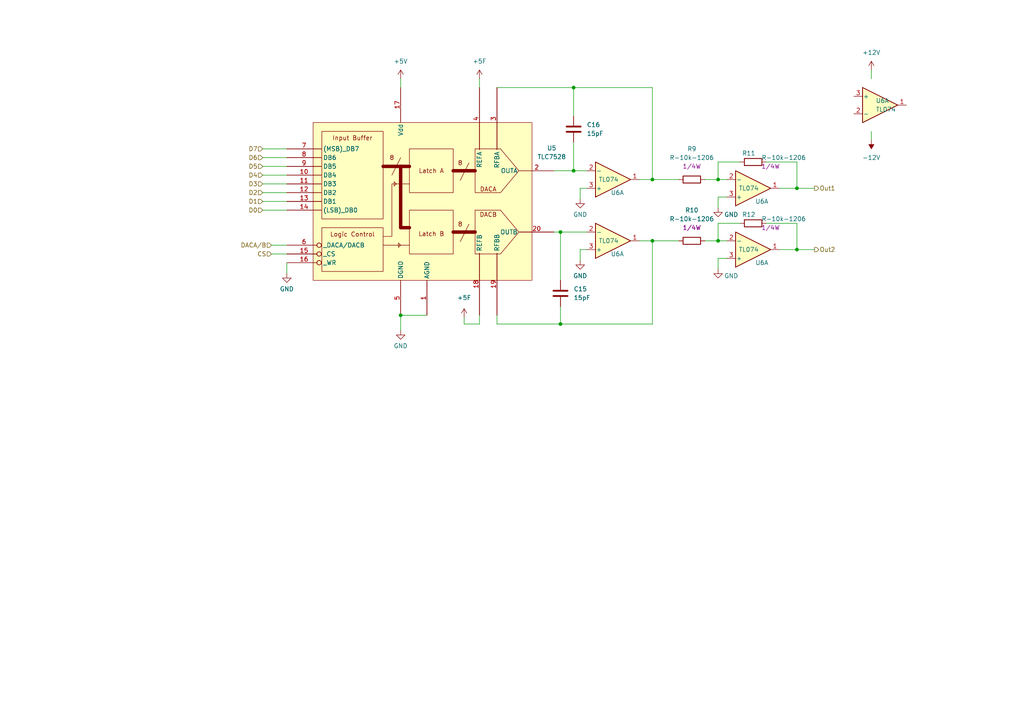
<source format=kicad_sch>
(kicad_sch (version 20211123) (generator eeschema)

  (uuid fe533738-38ee-4dd5-8b1a-e2670e53c1b5)

  (paper "A4")

  (lib_symbols
    (symbol "Device:C" (pin_numbers hide) (pin_names (offset 0.254)) (in_bom yes) (on_board yes)
      (property "Reference" "C" (id 0) (at 0.635 2.54 0)
        (effects (font (size 1.27 1.27)) (justify left))
      )
      (property "Value" "C" (id 1) (at 0.635 -2.54 0)
        (effects (font (size 1.27 1.27)) (justify left))
      )
      (property "Footprint" "" (id 2) (at 0.9652 -3.81 0)
        (effects (font (size 1.27 1.27)) hide)
      )
      (property "Datasheet" "~" (id 3) (at 0 0 0)
        (effects (font (size 1.27 1.27)) hide)
      )
      (property "ki_keywords" "cap capacitor" (id 4) (at 0 0 0)
        (effects (font (size 1.27 1.27)) hide)
      )
      (property "ki_description" "Unpolarized capacitor" (id 5) (at 0 0 0)
        (effects (font (size 1.27 1.27)) hide)
      )
      (property "ki_fp_filters" "C_*" (id 6) (at 0 0 0)
        (effects (font (size 1.27 1.27)) hide)
      )
      (symbol "C_0_1"
        (polyline
          (pts
            (xy -2.032 -0.762)
            (xy 2.032 -0.762)
          )
          (stroke (width 0.508) (type default) (color 0 0 0 0))
          (fill (type none))
        )
        (polyline
          (pts
            (xy -2.032 0.762)
            (xy 2.032 0.762)
          )
          (stroke (width 0.508) (type default) (color 0 0 0 0))
          (fill (type none))
        )
      )
      (symbol "C_1_1"
        (pin passive line (at 0 3.81 270) (length 2.794)
          (name "~" (effects (font (size 1.27 1.27))))
          (number "1" (effects (font (size 1.27 1.27))))
        )
        (pin passive line (at 0 -3.81 90) (length 2.794)
          (name "~" (effects (font (size 1.27 1.27))))
          (number "2" (effects (font (size 1.27 1.27))))
        )
      )
    )
    (symbol "eurorack:R-10k-1206" (pin_numbers hide) (pin_names (offset 0)) (in_bom yes) (on_board yes)
      (property "Reference" "R" (id 0) (at 2.032 0 90)
        (effects (font (size 1.27 1.27)))
      )
      (property "Value" "R-10k-1206" (id 1) (at -2.54 0 90)
        (effects (font (size 1.27 1.27)))
      )
      (property "Footprint" "Resistor_SMD:R_1206_3216Metric_Pad1.30x1.75mm_HandSolder" (id 2) (at -1.778 0 90)
        (effects (font (size 1.27 1.27)) hide)
      )
      (property "Datasheet" "https://secure.reichelt.com/at/en/smd-chip-resistor-type-1206-10-k-ohm-smd-1-4w-10k-p18244.html?&nbc=1" (id 3) (at 0 0 0)
        (effects (font (size 1.27 1.27)) hide)
      )
      (property "P" "1/4W" (id 4) (at 0 0 0)
        (effects (font (size 1.27 1.27)))
      )
      (property "ki_keywords" "R res resistor" (id 5) (at 0 0 0)
        (effects (font (size 1.27 1.27)) hide)
      )
      (property "ki_description" "Resistor" (id 6) (at 0 0 0)
        (effects (font (size 1.27 1.27)) hide)
      )
      (property "ki_fp_filters" "R_*" (id 7) (at 0 0 0)
        (effects (font (size 1.27 1.27)) hide)
      )
      (symbol "R-10k-1206_0_1"
        (rectangle (start -1.016 -2.54) (end 1.016 2.54)
          (stroke (width 0.254) (type default) (color 0 0 0 0))
          (fill (type none))
        )
      )
      (symbol "R-10k-1206_1_1"
        (pin passive line (at 0 3.81 270) (length 1.27)
          (name "~" (effects (font (size 1.27 1.27))))
          (number "1" (effects (font (size 1.27 1.27))))
        )
        (pin passive line (at 0 -3.81 90) (length 1.27)
          (name "~" (effects (font (size 1.27 1.27))))
          (number "2" (effects (font (size 1.27 1.27))))
        )
      )
    )
    (symbol "eurorack:TL074" (pin_names (offset 0.127)) (in_bom yes) (on_board yes)
      (property "Reference" "U" (id 0) (at 0 5.08 0)
        (effects (font (size 1.27 1.27)) (justify left))
      )
      (property "Value" "TL074" (id 1) (at 0 -5.08 0)
        (effects (font (size 1.27 1.27)) (justify left))
      )
      (property "Footprint" "Package_SO:SO-14_5.3x10.2mm_P1.27mm" (id 2) (at -1.27 2.54 0)
        (effects (font (size 1.27 1.27)) hide)
      )
      (property "Datasheet" "https://cdn-reichelt.de/documents/datenblatt/A200/TL074%23STM.pdf" (id 3) (at 1.27 5.08 0)
        (effects (font (size 1.27 1.27)) hide)
      )
      (property "ki_locked" "" (id 4) (at 0 0 0)
        (effects (font (size 1.27 1.27)))
      )
      (property "ki_keywords" "quad opamp" (id 5) (at 0 0 0)
        (effects (font (size 1.27 1.27)) hide)
      )
      (property "ki_description" "Quad Low-Noise JFET-Input Operational Amplifiers, DIP-14/SOIC-14" (id 6) (at 0 0 0)
        (effects (font (size 1.27 1.27)) hide)
      )
      (property "ki_fp_filters" "SOIC*3.9x8.7mm*P1.27mm* DIP*W7.62mm* TSSOP*4.4x5mm*P0.65mm* SSOP*5.3x6.2mm*P0.65mm* MSOP*3x3mm*P0.5mm*" (id 7) (at 0 0 0)
        (effects (font (size 1.27 1.27)) hide)
      )
      (symbol "TL074_1_1"
        (polyline
          (pts
            (xy -5.08 5.08)
            (xy 5.08 0)
            (xy -5.08 -5.08)
            (xy -5.08 5.08)
          )
          (stroke (width 0.254) (type default) (color 0 0 0 0))
          (fill (type background))
        )
        (pin output line (at 7.62 0 180) (length 2.54)
          (name "~" (effects (font (size 1.27 1.27))))
          (number "1" (effects (font (size 1.27 1.27))))
        )
        (pin input line (at -7.62 -2.54 0) (length 2.54)
          (name "-" (effects (font (size 1.27 1.27))))
          (number "2" (effects (font (size 1.27 1.27))))
        )
        (pin input line (at -7.62 2.54 0) (length 2.54)
          (name "+" (effects (font (size 1.27 1.27))))
          (number "3" (effects (font (size 1.27 1.27))))
        )
      )
      (symbol "TL074_2_1"
        (polyline
          (pts
            (xy -5.08 5.08)
            (xy 5.08 0)
            (xy -5.08 -5.08)
            (xy -5.08 5.08)
          )
          (stroke (width 0.254) (type default) (color 0 0 0 0))
          (fill (type background))
        )
        (pin input line (at -7.62 2.54 0) (length 2.54)
          (name "+" (effects (font (size 1.27 1.27))))
          (number "5" (effects (font (size 1.27 1.27))))
        )
        (pin input line (at -7.62 -2.54 0) (length 2.54)
          (name "-" (effects (font (size 1.27 1.27))))
          (number "6" (effects (font (size 1.27 1.27))))
        )
        (pin output line (at 7.62 0 180) (length 2.54)
          (name "~" (effects (font (size 1.27 1.27))))
          (number "7" (effects (font (size 1.27 1.27))))
        )
      )
      (symbol "TL074_3_1"
        (polyline
          (pts
            (xy -5.08 5.08)
            (xy 5.08 0)
            (xy -5.08 -5.08)
            (xy -5.08 5.08)
          )
          (stroke (width 0.254) (type default) (color 0 0 0 0))
          (fill (type background))
        )
        (pin input line (at -7.62 2.54 0) (length 2.54)
          (name "+" (effects (font (size 1.27 1.27))))
          (number "10" (effects (font (size 1.27 1.27))))
        )
        (pin output line (at 7.62 0 180) (length 2.54)
          (name "~" (effects (font (size 1.27 1.27))))
          (number "8" (effects (font (size 1.27 1.27))))
        )
        (pin input line (at -7.62 -2.54 0) (length 2.54)
          (name "-" (effects (font (size 1.27 1.27))))
          (number "9" (effects (font (size 1.27 1.27))))
        )
      )
      (symbol "TL074_4_1"
        (polyline
          (pts
            (xy -5.08 5.08)
            (xy 5.08 0)
            (xy -5.08 -5.08)
            (xy -5.08 5.08)
          )
          (stroke (width 0.254) (type default) (color 0 0 0 0))
          (fill (type background))
        )
        (pin input line (at -7.62 2.54 0) (length 2.54)
          (name "+" (effects (font (size 1.27 1.27))))
          (number "12" (effects (font (size 1.27 1.27))))
        )
        (pin input line (at -7.62 -2.54 0) (length 2.54)
          (name "-" (effects (font (size 1.27 1.27))))
          (number "13" (effects (font (size 1.27 1.27))))
        )
        (pin output line (at 7.62 0 180) (length 2.54)
          (name "~" (effects (font (size 1.27 1.27))))
          (number "14" (effects (font (size 1.27 1.27))))
        )
      )
      (symbol "TL074_5_1"
        (pin power_in line (at -2.54 -7.62 90) (length 3.81)
          (name "V-" (effects (font (size 1.27 1.27))))
          (number "11" (effects (font (size 1.27 1.27))))
        )
        (pin power_in line (at -2.54 7.62 270) (length 3.81)
          (name "V+" (effects (font (size 1.27 1.27))))
          (number "4" (effects (font (size 1.27 1.27))))
        )
      )
    )
    (symbol "eurorack:TLC7528" (in_bom yes) (on_board yes)
      (property "Reference" "U" (id 0) (at 33.02 25.4 0)
        (effects (font (size 1.27 1.27)))
      )
      (property "Value" "TLC7528" (id 1) (at 0 0 0)
        (effects (font (size 1.27 1.27)))
      )
      (property "Footprint" "Package_SO:SOIC-20W_7.5x12.8mm_P1.27mm" (id 2) (at 0 0 0)
        (effects (font (size 1.27 1.27)) hide)
      )
      (property "Datasheet" "https://www.ti.com/lit/ds/symlink/tlc7528.pdf" (id 3) (at 0 0 0)
        (effects (font (size 1.27 1.27)) hide)
      )
      (symbol "TLC7528_0_0"
        (rectangle (start -33.02 22.86) (end 30.48 -22.86)
          (stroke (width 0) (type default) (color 0 0 0 0))
          (fill (type background))
        )
        (rectangle (start -30.48 -7.62) (end -12.7 -20.32)
          (stroke (width 0) (type default) (color 0 0 0 0))
          (fill (type none))
        )
        (rectangle (start -5.08 -2.54) (end 7.62 -15.24)
          (stroke (width 0) (type default) (color 0 0 0 0))
          (fill (type none))
        )
        (rectangle (start -5.08 15.24) (end 7.62 2.54)
          (stroke (width 0) (type default) (color 0 0 0 0))
          (fill (type none))
        )
        (polyline
          (pts
            (xy -12.7 -12.7)
            (xy -5.08 -12.7)
          )
          (stroke (width 0) (type default) (color 0 0 0 0))
          (fill (type none))
        )
        (polyline
          (pts
            (xy -12.7 10.16)
            (xy -5.08 10.16)
          )
          (stroke (width 1) (type default) (color 0 0 0 0))
          (fill (type none))
        )
        (polyline
          (pts
            (xy -10.16 7.62)
            (xy -7.62 12.7)
          )
          (stroke (width 0) (type default) (color 0 0 0 0))
          (fill (type none))
        )
        (polyline
          (pts
            (xy -8.89 5.08)
            (xy -9.525 4.445)
          )
          (stroke (width 0) (type default) (color 0 0 0 0))
          (fill (type none))
        )
        (polyline
          (pts
            (xy -7.62 -12.7)
            (xy -8.255 -12.065)
          )
          (stroke (width 0) (type default) (color 0 0 0 0))
          (fill (type none))
        )
        (polyline
          (pts
            (xy 7.62 -8.89)
            (xy 13.97 -8.89)
          )
          (stroke (width 1) (type default) (color 0 0 0 0))
          (fill (type none))
        )
        (polyline
          (pts
            (xy 7.62 8.89)
            (xy 13.97 8.89)
          )
          (stroke (width 1) (type default) (color 0 0 0 0))
          (fill (type none))
        )
        (polyline
          (pts
            (xy 9.652 -11.684)
            (xy 12.192 -6.604)
          )
          (stroke (width 0) (type default) (color 0 0 0 0))
          (fill (type none))
        )
        (polyline
          (pts
            (xy 9.652 6.096)
            (xy 12.192 11.176)
          )
          (stroke (width 0) (type default) (color 0 0 0 0))
          (fill (type none))
        )
        (polyline
          (pts
            (xy 13.97 -2.54)
            (xy 21.336 -2.54)
          )
          (stroke (width 0) (type default) (color 0 0 0 0))
          (fill (type none))
        )
        (polyline
          (pts
            (xy 13.97 15.24)
            (xy 21.336 15.24)
          )
          (stroke (width 0) (type default) (color 0 0 0 0))
          (fill (type none))
        )
        (polyline
          (pts
            (xy -8.89 5.08)
            (xy -9.525 5.715)
            (xy -9.525 4.445)
          )
          (stroke (width 0) (type default) (color 0 0 0 0))
          (fill (type none))
        )
        (polyline
          (pts
            (xy -7.62 -12.7)
            (xy -8.255 -13.335)
            (xy -8.255 -12.065)
          )
          (stroke (width 0) (type default) (color 0 0 0 0))
          (fill (type none))
        )
        (polyline
          (pts
            (xy -7.62 10.16)
            (xy -7.62 -7.62)
            (xy -5.08 -7.62)
          )
          (stroke (width 1) (type default) (color 0 0 0 0))
          (fill (type none))
        )
        (polyline
          (pts
            (xy -12.7 -10.16)
            (xy -10.16 -10.16)
            (xy -10.16 5.08)
            (xy -5.08 5.08)
          )
          (stroke (width 0) (type default) (color 0 0 0 0))
          (fill (type none))
        )
        (polyline
          (pts
            (xy 13.97 -2.54)
            (xy 13.97 -15.24)
            (xy 21.336 -15.24)
            (xy 26.67 -8.89)
            (xy 21.336 -2.54)
          )
          (stroke (width 0) (type default) (color 0 0 0 0))
          (fill (type none))
        )
        (polyline
          (pts
            (xy 13.97 15.24)
            (xy 13.97 2.54)
            (xy 21.336 2.54)
            (xy 26.67 8.89)
            (xy 21.336 15.24)
          )
          (stroke (width 0) (type default) (color 0 0 0 0))
          (fill (type none))
        )
        (text "8" (at -10.16 12.7 0)
          (effects (font (size 1.27 1.27)))
        )
        (text "8" (at 9.652 -6.604 0)
          (effects (font (size 1.27 1.27)))
        )
        (text "8" (at 9.652 11.176 0)
          (effects (font (size 1.27 1.27)))
        )
        (text "DACA" (at 17.78 3.556 0)
          (effects (font (size 1.27 1.27)))
        )
        (text "DACB" (at 17.78 -3.81 0)
          (effects (font (size 1.27 1.27)))
        )
        (text "Input Buffer" (at -21.59 18.415 0)
          (effects (font (size 1.27 1.27)))
        )
        (text "Latch A" (at 1.27 8.89 0)
          (effects (font (size 1.27 1.27)))
        )
        (text "Latch B" (at 1.27 -9.398 0)
          (effects (font (size 1.27 1.27)))
        )
        (text "Logic Control" (at -21.59 -9.525 0)
          (effects (font (size 1.27 1.27)))
        )
        (pin power_in line (at 0 -33.02 90) (length 10)
          (name "AGND" (effects (font (size 1.27 1.27))))
          (number "1" (effects (font (size 1.27 1.27))))
        )
        (pin input line (at -40.64 7.62 0) (length 10)
          (name "DB4" (effects (font (size 1.27 1.27))))
          (number "10" (effects (font (size 1.27 1.27))))
        )
        (pin input line (at -40.64 5.08 0) (length 10)
          (name "DB3" (effects (font (size 1.27 1.27))))
          (number "11" (effects (font (size 1.27 1.27))))
        )
        (pin input line (at -40.64 2.54 0) (length 10)
          (name "DB2" (effects (font (size 1.27 1.27))))
          (number "12" (effects (font (size 1.27 1.27))))
        )
        (pin input line (at -40.64 0 0) (length 10)
          (name "DB1" (effects (font (size 1.27 1.27))))
          (number "13" (effects (font (size 1.27 1.27))))
        )
        (pin input line (at -40.64 -2.54 0) (length 10)
          (name "(LSB)_DB0" (effects (font (size 1.27 1.27))))
          (number "14" (effects (font (size 1.27 1.27))))
        )
        (pin input inverted (at -40.64 -15.24 0) (length 10)
          (name "_CS" (effects (font (size 1.27 1.27))))
          (number "15" (effects (font (size 1.27 1.27))))
        )
        (pin input inverted (at -40.64 -17.78 0) (length 10)
          (name "_WR" (effects (font (size 1.27 1.27))))
          (number "16" (effects (font (size 1.27 1.27))))
        )
        (pin power_in line (at -7.62 33.02 270) (length 10)
          (name "Vdd" (effects (font (size 1.27 1.27))))
          (number "17" (effects (font (size 1.27 1.27))))
        )
        (pin input line (at 15.24 -33.02 90) (length 18)
          (name "REFB" (effects (font (size 1.27 1.27))))
          (number "18" (effects (font (size 1.27 1.27))))
        )
        (pin input line (at 20.32 -33.02 90) (length 18)
          (name "RFBB" (effects (font (size 1.27 1.27))))
          (number "19" (effects (font (size 1.27 1.27))))
        )
        (pin output line (at 36.83 8.89 180) (length 10)
          (name "OUTA" (effects (font (size 1.27 1.27))))
          (number "2" (effects (font (size 1.27 1.27))))
        )
        (pin output line (at 36.83 -8.89 180) (length 10)
          (name "OUTB" (effects (font (size 1.27 1.27))))
          (number "20" (effects (font (size 1.27 1.27))))
        )
        (pin input line (at 20.32 33.02 270) (length 18)
          (name "RFBA" (effects (font (size 1.27 1.27))))
          (number "3" (effects (font (size 1.27 1.27))))
        )
        (pin input line (at 15.24 33.02 270) (length 18)
          (name "REFA" (effects (font (size 1.27 1.27))))
          (number "4" (effects (font (size 1.27 1.27))))
        )
        (pin power_in line (at -7.62 -33.02 90) (length 10)
          (name "DGND" (effects (font (size 1.27 1.27))))
          (number "5" (effects (font (size 1.27 1.27))))
        )
        (pin input inverted (at -40.64 -12.7 0) (length 10)
          (name "_DACA/DACB" (effects (font (size 1.27 1.27))))
          (number "6" (effects (font (size 1.27 1.27))))
        )
        (pin input line (at -40.64 15.24 0) (length 10)
          (name "(MSB)_DB7" (effects (font (size 1.27 1.27))))
          (number "7" (effects (font (size 1.27 1.27))))
        )
        (pin input line (at -40.64 12.7 0) (length 10)
          (name "DB6" (effects (font (size 1.27 1.27))))
          (number "8" (effects (font (size 1.27 1.27))))
        )
        (pin input line (at -40.64 10.16 0) (length 10)
          (name "DB5" (effects (font (size 1.27 1.27))))
          (number "9" (effects (font (size 1.27 1.27))))
        )
      )
      (symbol "TLC7528_0_1"
        (rectangle (start -30.48 20.32) (end -12.7 -5.08)
          (stroke (width 0) (type default) (color 0 0 0 0))
          (fill (type none))
        )
      )
    )
    (symbol "power:+12V" (power) (pin_names (offset 0)) (in_bom yes) (on_board yes)
      (property "Reference" "#PWR" (id 0) (at 0 -3.81 0)
        (effects (font (size 1.27 1.27)) hide)
      )
      (property "Value" "+12V" (id 1) (at 0 3.556 0)
        (effects (font (size 1.27 1.27)))
      )
      (property "Footprint" "" (id 2) (at 0 0 0)
        (effects (font (size 1.27 1.27)) hide)
      )
      (property "Datasheet" "" (id 3) (at 0 0 0)
        (effects (font (size 1.27 1.27)) hide)
      )
      (property "ki_keywords" "power-flag" (id 4) (at 0 0 0)
        (effects (font (size 1.27 1.27)) hide)
      )
      (property "ki_description" "Power symbol creates a global label with name \"+12V\"" (id 5) (at 0 0 0)
        (effects (font (size 1.27 1.27)) hide)
      )
      (symbol "+12V_0_1"
        (polyline
          (pts
            (xy -0.762 1.27)
            (xy 0 2.54)
          )
          (stroke (width 0) (type default) (color 0 0 0 0))
          (fill (type none))
        )
        (polyline
          (pts
            (xy 0 0)
            (xy 0 2.54)
          )
          (stroke (width 0) (type default) (color 0 0 0 0))
          (fill (type none))
        )
        (polyline
          (pts
            (xy 0 2.54)
            (xy 0.762 1.27)
          )
          (stroke (width 0) (type default) (color 0 0 0 0))
          (fill (type none))
        )
      )
      (symbol "+12V_1_1"
        (pin power_in line (at 0 0 90) (length 0) hide
          (name "+12V" (effects (font (size 1.27 1.27))))
          (number "1" (effects (font (size 1.27 1.27))))
        )
      )
    )
    (symbol "power:+5F" (power) (pin_names (offset 0)) (in_bom yes) (on_board yes)
      (property "Reference" "#PWR" (id 0) (at 0 -3.81 0)
        (effects (font (size 1.27 1.27)) hide)
      )
      (property "Value" "+5F" (id 1) (at 0 3.556 0)
        (effects (font (size 1.27 1.27)))
      )
      (property "Footprint" "" (id 2) (at 0 0 0)
        (effects (font (size 1.27 1.27)) hide)
      )
      (property "Datasheet" "" (id 3) (at 0 0 0)
        (effects (font (size 1.27 1.27)) hide)
      )
      (property "ki_keywords" "power-flag" (id 4) (at 0 0 0)
        (effects (font (size 1.27 1.27)) hide)
      )
      (property "ki_description" "Power symbol creates a global label with name \"+5F\"" (id 5) (at 0 0 0)
        (effects (font (size 1.27 1.27)) hide)
      )
      (symbol "+5F_0_1"
        (polyline
          (pts
            (xy -0.762 1.27)
            (xy 0 2.54)
          )
          (stroke (width 0) (type default) (color 0 0 0 0))
          (fill (type none))
        )
        (polyline
          (pts
            (xy 0 0)
            (xy 0 2.54)
          )
          (stroke (width 0) (type default) (color 0 0 0 0))
          (fill (type none))
        )
        (polyline
          (pts
            (xy 0 2.54)
            (xy 0.762 1.27)
          )
          (stroke (width 0) (type default) (color 0 0 0 0))
          (fill (type none))
        )
      )
      (symbol "+5F_1_1"
        (pin power_in line (at 0 0 90) (length 0) hide
          (name "+5F" (effects (font (size 1.27 1.27))))
          (number "1" (effects (font (size 1.27 1.27))))
        )
      )
    )
    (symbol "power:+5V" (power) (pin_names (offset 0)) (in_bom yes) (on_board yes)
      (property "Reference" "#PWR" (id 0) (at 0 -3.81 0)
        (effects (font (size 1.27 1.27)) hide)
      )
      (property "Value" "+5V" (id 1) (at 0 3.556 0)
        (effects (font (size 1.27 1.27)))
      )
      (property "Footprint" "" (id 2) (at 0 0 0)
        (effects (font (size 1.27 1.27)) hide)
      )
      (property "Datasheet" "" (id 3) (at 0 0 0)
        (effects (font (size 1.27 1.27)) hide)
      )
      (property "ki_keywords" "power-flag" (id 4) (at 0 0 0)
        (effects (font (size 1.27 1.27)) hide)
      )
      (property "ki_description" "Power symbol creates a global label with name \"+5V\"" (id 5) (at 0 0 0)
        (effects (font (size 1.27 1.27)) hide)
      )
      (symbol "+5V_0_1"
        (polyline
          (pts
            (xy -0.762 1.27)
            (xy 0 2.54)
          )
          (stroke (width 0) (type default) (color 0 0 0 0))
          (fill (type none))
        )
        (polyline
          (pts
            (xy 0 0)
            (xy 0 2.54)
          )
          (stroke (width 0) (type default) (color 0 0 0 0))
          (fill (type none))
        )
        (polyline
          (pts
            (xy 0 2.54)
            (xy 0.762 1.27)
          )
          (stroke (width 0) (type default) (color 0 0 0 0))
          (fill (type none))
        )
      )
      (symbol "+5V_1_1"
        (pin power_in line (at 0 0 90) (length 0) hide
          (name "+5V" (effects (font (size 1.27 1.27))))
          (number "1" (effects (font (size 1.27 1.27))))
        )
      )
    )
    (symbol "power:-12V" (power) (pin_names (offset 0)) (in_bom yes) (on_board yes)
      (property "Reference" "#PWR" (id 0) (at 0 2.54 0)
        (effects (font (size 1.27 1.27)) hide)
      )
      (property "Value" "-12V" (id 1) (at 0 3.81 0)
        (effects (font (size 1.27 1.27)))
      )
      (property "Footprint" "" (id 2) (at 0 0 0)
        (effects (font (size 1.27 1.27)) hide)
      )
      (property "Datasheet" "" (id 3) (at 0 0 0)
        (effects (font (size 1.27 1.27)) hide)
      )
      (property "ki_keywords" "power-flag" (id 4) (at 0 0 0)
        (effects (font (size 1.27 1.27)) hide)
      )
      (property "ki_description" "Power symbol creates a global label with name \"-12V\"" (id 5) (at 0 0 0)
        (effects (font (size 1.27 1.27)) hide)
      )
      (symbol "-12V_0_0"
        (pin power_in line (at 0 0 90) (length 0) hide
          (name "-12V" (effects (font (size 1.27 1.27))))
          (number "1" (effects (font (size 1.27 1.27))))
        )
      )
      (symbol "-12V_0_1"
        (polyline
          (pts
            (xy 0 0)
            (xy 0 1.27)
            (xy 0.762 1.27)
            (xy 0 2.54)
            (xy -0.762 1.27)
            (xy 0 1.27)
          )
          (stroke (width 0) (type default) (color 0 0 0 0))
          (fill (type outline))
        )
      )
    )
    (symbol "power:GND" (power) (pin_names (offset 0)) (in_bom yes) (on_board yes)
      (property "Reference" "#PWR" (id 0) (at 0 -6.35 0)
        (effects (font (size 1.27 1.27)) hide)
      )
      (property "Value" "GND" (id 1) (at 0 -3.81 0)
        (effects (font (size 1.27 1.27)))
      )
      (property "Footprint" "" (id 2) (at 0 0 0)
        (effects (font (size 1.27 1.27)) hide)
      )
      (property "Datasheet" "" (id 3) (at 0 0 0)
        (effects (font (size 1.27 1.27)) hide)
      )
      (property "ki_keywords" "power-flag" (id 4) (at 0 0 0)
        (effects (font (size 1.27 1.27)) hide)
      )
      (property "ki_description" "Power symbol creates a global label with name \"GND\" , ground" (id 5) (at 0 0 0)
        (effects (font (size 1.27 1.27)) hide)
      )
      (symbol "GND_0_1"
        (polyline
          (pts
            (xy 0 0)
            (xy 0 -1.27)
            (xy 1.27 -1.27)
            (xy 0 -2.54)
            (xy -1.27 -1.27)
            (xy 0 -1.27)
          )
          (stroke (width 0) (type default) (color 0 0 0 0))
          (fill (type none))
        )
      )
      (symbol "GND_1_1"
        (pin power_in line (at 0 0 270) (length 0) hide
          (name "GND" (effects (font (size 1.27 1.27))))
          (number "1" (effects (font (size 1.27 1.27))))
        )
      )
    )
  )

  (junction (at 166.37 25.4) (diameter 0) (color 0 0 0 0)
    (uuid 05e95dcf-94b5-46f7-ae76-781ba7f7a267)
  )
  (junction (at 116.205 91.44) (diameter 0) (color 0 0 0 0)
    (uuid 6389fd86-b22e-4c72-83ae-2fcc4558e698)
  )
  (junction (at 208.28 69.85) (diameter 0) (color 0 0 0 0)
    (uuid 7de4b5b9-718a-494e-94de-e5439be389cf)
  )
  (junction (at 166.37 49.53) (diameter 0) (color 0 0 0 0)
    (uuid 8c669f3f-5337-44cf-a834-fc188d2f0b09)
  )
  (junction (at 231.14 54.61) (diameter 0) (color 0 0 0 0)
    (uuid 8dada515-6c9c-49f7-b1e7-e27ad3e02ccf)
  )
  (junction (at 189.23 69.85) (diameter 0) (color 0 0 0 0)
    (uuid 8e9266eb-9c34-4def-8081-7de83fd11f95)
  )
  (junction (at 231.14 72.39) (diameter 0) (color 0 0 0 0)
    (uuid a50bcab2-7827-48d1-aa06-212622071879)
  )
  (junction (at 162.56 93.98) (diameter 0) (color 0 0 0 0)
    (uuid b2c96dc4-a77f-4f9a-923f-f41fa7925d87)
  )
  (junction (at 208.28 52.07) (diameter 0) (color 0 0 0 0)
    (uuid b47841fe-8693-4d0f-bab5-deb3654475d3)
  )
  (junction (at 162.56 67.31) (diameter 0) (color 0 0 0 0)
    (uuid c6c21e30-4739-4c9b-9498-3ed05042efd6)
  )
  (junction (at 189.23 52.07) (diameter 0) (color 0 0 0 0)
    (uuid cc54ea15-4afb-4a40-9756-71b9624f615f)
  )

  (wire (pts (xy 160.655 49.53) (xy 166.37 49.53))
    (stroke (width 0) (type default) (color 0 0 0 0))
    (uuid 0c6899da-97e5-44e8-b9a9-b5deb4ca412a)
  )
  (wire (pts (xy 252.73 38.1) (xy 252.73 40.64))
    (stroke (width 0) (type default) (color 0 0 0 0))
    (uuid 0c6e2281-94ba-4918-bfb2-744dac057c51)
  )
  (wire (pts (xy 204.47 52.07) (xy 208.28 52.07))
    (stroke (width 0) (type default) (color 0 0 0 0))
    (uuid 0d6e73ab-c6f5-41c2-99a8-97f0966e1821)
  )
  (wire (pts (xy 208.28 74.93) (xy 210.82 74.93))
    (stroke (width 0) (type default) (color 0 0 0 0))
    (uuid 135c3e62-2ead-4da8-97f9-7491eaa204dc)
  )
  (wire (pts (xy 76.2 53.34) (xy 83.185 53.34))
    (stroke (width 0) (type default) (color 0 0 0 0))
    (uuid 14db508f-d9cf-4f49-99d5-82d65f93723e)
  )
  (wire (pts (xy 76.2 58.42) (xy 83.185 58.42))
    (stroke (width 0) (type default) (color 0 0 0 0))
    (uuid 1795d8c1-9805-4274-b5f9-bc055ee91144)
  )
  (wire (pts (xy 208.28 74.93) (xy 208.28 78.105))
    (stroke (width 0) (type default) (color 0 0 0 0))
    (uuid 1da6ec8c-ec9d-4d12-bc0a-1af252c8710e)
  )
  (wire (pts (xy 252.73 20.32) (xy 252.73 22.86))
    (stroke (width 0) (type default) (color 0 0 0 0))
    (uuid 1efc6c7a-99c4-40c4-94e9-8aa6a2db7374)
  )
  (wire (pts (xy 78.74 71.12) (xy 83.185 71.12))
    (stroke (width 0) (type default) (color 0 0 0 0))
    (uuid 20712e96-b08e-4b92-a3b2-d7345feeb406)
  )
  (wire (pts (xy 76.2 43.18) (xy 83.185 43.18))
    (stroke (width 0) (type default) (color 0 0 0 0))
    (uuid 27058d2e-6b22-401d-aaf0-8eca19e9f04a)
  )
  (wire (pts (xy 78.74 73.66) (xy 83.185 73.66))
    (stroke (width 0) (type default) (color 0 0 0 0))
    (uuid 2b19ecf3-8009-400f-8d81-1c8597cf7bbc)
  )
  (wire (pts (xy 222.25 64.77) (xy 231.14 64.77))
    (stroke (width 0) (type default) (color 0 0 0 0))
    (uuid 33685e61-d482-4cb8-b1eb-121341e2c2ff)
  )
  (wire (pts (xy 208.28 69.85) (xy 210.82 69.85))
    (stroke (width 0) (type default) (color 0 0 0 0))
    (uuid 35262c48-34d0-4e10-9b98-d50d55617f6d)
  )
  (wire (pts (xy 76.2 55.88) (xy 83.185 55.88))
    (stroke (width 0) (type default) (color 0 0 0 0))
    (uuid 39ef8f0e-d902-4c0f-985f-77b795cb13eb)
  )
  (wire (pts (xy 208.28 52.07) (xy 208.28 46.99))
    (stroke (width 0) (type default) (color 0 0 0 0))
    (uuid 3b48fa47-309c-467c-a65d-dec461a7a4da)
  )
  (wire (pts (xy 134.62 93.98) (xy 139.065 93.98))
    (stroke (width 0) (type default) (color 0 0 0 0))
    (uuid 3d62f67a-3992-4868-bf9f-a40c7e1e6cbc)
  )
  (wire (pts (xy 189.23 25.4) (xy 189.23 52.07))
    (stroke (width 0) (type default) (color 0 0 0 0))
    (uuid 405273ca-19ff-47eb-8478-d0e7cfccc03d)
  )
  (wire (pts (xy 208.28 46.99) (xy 214.63 46.99))
    (stroke (width 0) (type default) (color 0 0 0 0))
    (uuid 4264fc45-96f9-4d43-a3a5-10e05174a4d9)
  )
  (wire (pts (xy 208.28 69.85) (xy 208.28 64.77))
    (stroke (width 0) (type default) (color 0 0 0 0))
    (uuid 42a173d6-a3be-42eb-920c-6c7198ea41fc)
  )
  (wire (pts (xy 208.28 57.15) (xy 210.82 57.15))
    (stroke (width 0) (type default) (color 0 0 0 0))
    (uuid 4eeef119-dbcc-4176-91b2-f56c26ced676)
  )
  (wire (pts (xy 226.06 54.61) (xy 231.14 54.61))
    (stroke (width 0) (type default) (color 0 0 0 0))
    (uuid 4f3b1bce-b10d-4a5f-ac1b-1fe0d84ad96e)
  )
  (wire (pts (xy 170.18 72.39) (xy 168.275 72.39))
    (stroke (width 0) (type default) (color 0 0 0 0))
    (uuid 4fad33db-cce3-44fe-9ec3-efd4064be104)
  )
  (wire (pts (xy 166.37 49.53) (xy 170.18 49.53))
    (stroke (width 0) (type default) (color 0 0 0 0))
    (uuid 50588da8-90f0-4c92-aafe-39de62e92f76)
  )
  (wire (pts (xy 116.205 91.44) (xy 116.205 95.885))
    (stroke (width 0) (type default) (color 0 0 0 0))
    (uuid 50909317-84b5-4df7-b96c-bb1150df8c70)
  )
  (wire (pts (xy 166.37 25.4) (xy 166.37 33.655))
    (stroke (width 0) (type default) (color 0 0 0 0))
    (uuid 5191fcd1-f005-4ef2-aeac-a07ba17ed76b)
  )
  (wire (pts (xy 83.185 76.2) (xy 83.185 79.375))
    (stroke (width 0) (type default) (color 0 0 0 0))
    (uuid 59ad86c4-360f-4221-ac97-0763c14b063a)
  )
  (wire (pts (xy 231.14 54.61) (xy 236.22 54.61))
    (stroke (width 0) (type default) (color 0 0 0 0))
    (uuid 5a05e28d-ffae-43ec-8344-132288e5bbd7)
  )
  (wire (pts (xy 208.28 52.07) (xy 210.82 52.07))
    (stroke (width 0) (type default) (color 0 0 0 0))
    (uuid 5a9cbc44-c081-4841-a03f-3ba648fc89e2)
  )
  (wire (pts (xy 76.2 50.8) (xy 83.185 50.8))
    (stroke (width 0) (type default) (color 0 0 0 0))
    (uuid 62147b14-65e9-492d-9e45-93585ac19211)
  )
  (wire (pts (xy 166.37 41.275) (xy 166.37 49.53))
    (stroke (width 0) (type default) (color 0 0 0 0))
    (uuid 69760406-1efe-49d7-ae27-69bfc8171191)
  )
  (wire (pts (xy 134.62 92.075) (xy 134.62 93.98))
    (stroke (width 0) (type default) (color 0 0 0 0))
    (uuid 6b15bb5c-9099-4890-8ddb-f6d501fc130b)
  )
  (wire (pts (xy 189.23 69.85) (xy 185.42 69.85))
    (stroke (width 0) (type default) (color 0 0 0 0))
    (uuid 6d780ba5-a240-46dc-b0ed-c1bbbb1f8043)
  )
  (wire (pts (xy 231.14 72.39) (xy 236.22 72.39))
    (stroke (width 0) (type default) (color 0 0 0 0))
    (uuid 715c5751-ac8b-402a-9d05-41cd9a11f6d3)
  )
  (wire (pts (xy 189.23 52.07) (xy 196.85 52.07))
    (stroke (width 0) (type default) (color 0 0 0 0))
    (uuid 729a857e-4381-4a55-9d80-aa2321843187)
  )
  (wire (pts (xy 144.145 25.4) (xy 166.37 25.4))
    (stroke (width 0) (type default) (color 0 0 0 0))
    (uuid 72a13574-a2da-4443-8753-5ca6e18ec09e)
  )
  (wire (pts (xy 208.28 64.77) (xy 214.63 64.77))
    (stroke (width 0) (type default) (color 0 0 0 0))
    (uuid 7c34d00b-d9a5-4497-85f0-1a3631352ce9)
  )
  (wire (pts (xy 189.23 93.98) (xy 189.23 69.85))
    (stroke (width 0) (type default) (color 0 0 0 0))
    (uuid 7fbce0fb-07d2-41be-80c9-ffe7cedb9f56)
  )
  (wire (pts (xy 226.06 72.39) (xy 231.14 72.39))
    (stroke (width 0) (type default) (color 0 0 0 0))
    (uuid 85864164-58bf-4dec-9005-2dcc3eb329bb)
  )
  (wire (pts (xy 116.205 91.44) (xy 123.825 91.44))
    (stroke (width 0) (type default) (color 0 0 0 0))
    (uuid 87782b1b-04e9-4cec-bbf5-2df6d1be2efa)
  )
  (wire (pts (xy 168.275 72.39) (xy 168.275 75.565))
    (stroke (width 0) (type default) (color 0 0 0 0))
    (uuid 89831bf1-e389-43ee-881a-a9cdf9d179f3)
  )
  (wire (pts (xy 116.205 22.86) (xy 116.205 25.4))
    (stroke (width 0) (type default) (color 0 0 0 0))
    (uuid 8a009a11-d6eb-4d1a-8835-dbba3557b233)
  )
  (wire (pts (xy 231.14 46.99) (xy 231.14 54.61))
    (stroke (width 0) (type default) (color 0 0 0 0))
    (uuid 8d0e60d2-ed4c-4f25-9fd3-72096a91ebb9)
  )
  (wire (pts (xy 76.2 48.26) (xy 83.185 48.26))
    (stroke (width 0) (type default) (color 0 0 0 0))
    (uuid 8e5d3554-08c8-43f5-97f3-d16696a2343b)
  )
  (wire (pts (xy 204.47 69.85) (xy 208.28 69.85))
    (stroke (width 0) (type default) (color 0 0 0 0))
    (uuid 98ac9561-d6fe-4ad3-8e56-e51657c881ba)
  )
  (wire (pts (xy 162.56 67.31) (xy 162.56 81.28))
    (stroke (width 0) (type default) (color 0 0 0 0))
    (uuid a0379a24-8698-4c16-ace8-bb8ed0b2179d)
  )
  (wire (pts (xy 222.25 46.99) (xy 231.14 46.99))
    (stroke (width 0) (type default) (color 0 0 0 0))
    (uuid a1553a74-da95-499e-985c-60188d3519d1)
  )
  (wire (pts (xy 139.065 22.86) (xy 139.065 25.4))
    (stroke (width 0) (type default) (color 0 0 0 0))
    (uuid a31f7a5a-c868-4eec-a619-0b612c80d661)
  )
  (wire (pts (xy 76.2 60.96) (xy 83.185 60.96))
    (stroke (width 0) (type default) (color 0 0 0 0))
    (uuid a8f21c8a-d564-4957-b875-0d6427226dbf)
  )
  (wire (pts (xy 162.56 67.31) (xy 170.18 67.31))
    (stroke (width 0) (type default) (color 0 0 0 0))
    (uuid a9f6ec65-0d7f-42e1-bef5-f5fafd64942c)
  )
  (wire (pts (xy 185.42 52.07) (xy 189.23 52.07))
    (stroke (width 0) (type default) (color 0 0 0 0))
    (uuid adfd3d61-0fe8-49b5-93d6-3ecea3caa342)
  )
  (wire (pts (xy 208.28 57.15) (xy 208.28 60.325))
    (stroke (width 0) (type default) (color 0 0 0 0))
    (uuid bac6b62a-e22d-4003-9e62-ceb918b8c340)
  )
  (wire (pts (xy 166.37 25.4) (xy 189.23 25.4))
    (stroke (width 0) (type default) (color 0 0 0 0))
    (uuid cd57ebdd-756e-4708-a0f4-1cd7c653cee5)
  )
  (wire (pts (xy 162.56 93.98) (xy 189.23 93.98))
    (stroke (width 0) (type default) (color 0 0 0 0))
    (uuid da503909-14c4-4665-9384-d2af2e4400d6)
  )
  (wire (pts (xy 162.56 88.9) (xy 162.56 93.98))
    (stroke (width 0) (type default) (color 0 0 0 0))
    (uuid dcd284d2-a8d5-42fe-810e-45228cdd4e39)
  )
  (wire (pts (xy 231.14 64.77) (xy 231.14 72.39))
    (stroke (width 0) (type default) (color 0 0 0 0))
    (uuid df087363-5f5d-49e6-af49-5faba4c8ee29)
  )
  (wire (pts (xy 139.065 93.98) (xy 139.065 91.44))
    (stroke (width 0) (type default) (color 0 0 0 0))
    (uuid e27e679e-772c-4fb5-865e-8006f0545421)
  )
  (wire (pts (xy 160.655 67.31) (xy 162.56 67.31))
    (stroke (width 0) (type default) (color 0 0 0 0))
    (uuid e5d3570f-70d2-4dcb-8a26-2e8b7d7317c4)
  )
  (wire (pts (xy 189.23 69.85) (xy 196.85 69.85))
    (stroke (width 0) (type default) (color 0 0 0 0))
    (uuid e5dafd33-88c1-4f6b-8979-f94ce2a85181)
  )
  (wire (pts (xy 170.18 54.61) (xy 168.275 54.61))
    (stroke (width 0) (type default) (color 0 0 0 0))
    (uuid ee5a10bf-6f81-4c7c-8836-13104c44bdf3)
  )
  (wire (pts (xy 144.145 91.44) (xy 144.145 93.98))
    (stroke (width 0) (type default) (color 0 0 0 0))
    (uuid f60895f3-5f76-44b1-b223-cc5a6b6de695)
  )
  (wire (pts (xy 76.2 45.72) (xy 83.185 45.72))
    (stroke (width 0) (type default) (color 0 0 0 0))
    (uuid f71b5c82-51fa-416d-8d9a-295435fe7596)
  )
  (wire (pts (xy 144.145 93.98) (xy 162.56 93.98))
    (stroke (width 0) (type default) (color 0 0 0 0))
    (uuid fb6043fe-13a8-4a05-b493-a13a743a806e)
  )
  (wire (pts (xy 168.275 54.61) (xy 168.275 57.785))
    (stroke (width 0) (type default) (color 0 0 0 0))
    (uuid fc54df4b-a4a3-466c-a123-ff2281dc0e46)
  )

  (hierarchical_label "CS" (shape input) (at 78.74 73.66 180)
    (effects (font (size 1.27 1.27)) (justify right))
    (uuid 1c3c330a-9029-4dd4-9d45-4c32bf9f0b8b)
  )
  (hierarchical_label "D3" (shape input) (at 76.2 53.34 180)
    (effects (font (size 1.27 1.27)) (justify right))
    (uuid 3272f56a-f32d-4529-a952-d72389986804)
  )
  (hierarchical_label "D0" (shape input) (at 76.2 60.96 180)
    (effects (font (size 1.27 1.27)) (justify right))
    (uuid 46c4110f-62f2-45a0-bbd6-b37e7960f1b8)
  )
  (hierarchical_label "D7" (shape input) (at 76.2 43.18 180)
    (effects (font (size 1.27 1.27)) (justify right))
    (uuid 546bb975-a76a-4185-9818-78a5dd91d8b5)
  )
  (hierarchical_label "D1" (shape input) (at 76.2 58.42 180)
    (effects (font (size 1.27 1.27)) (justify right))
    (uuid 563d7cb0-9af0-4acf-b578-5c3b7da29b83)
  )
  (hierarchical_label "D4" (shape input) (at 76.2 50.8 180)
    (effects (font (size 1.27 1.27)) (justify right))
    (uuid 5af976f5-a778-41f9-b108-f11a5c1d524b)
  )
  (hierarchical_label "Out2" (shape output) (at 236.22 72.39 0)
    (effects (font (size 1.27 1.27)) (justify left))
    (uuid 65ac48c1-b351-48f6-a757-23b6f59322db)
  )
  (hierarchical_label "DACA{slash}B" (shape input) (at 78.74 71.12 180)
    (effects (font (size 1.27 1.27)) (justify right))
    (uuid 7326d5d8-6680-4437-8840-9e975f639d91)
  )
  (hierarchical_label "D5" (shape input) (at 76.2 48.26 180)
    (effects (font (size 1.27 1.27)) (justify right))
    (uuid a4ff33a2-e66f-42d0-a068-52d58e556b91)
  )
  (hierarchical_label "Out1" (shape output) (at 236.22 54.61 0)
    (effects (font (size 1.27 1.27)) (justify left))
    (uuid d4487b78-ffe5-446d-b046-d04e2ba831fb)
  )
  (hierarchical_label "D6" (shape input) (at 76.2 45.72 180)
    (effects (font (size 1.27 1.27)) (justify right))
    (uuid ea3ed845-e1a7-4b14-a0e3-0c0cba9904ef)
  )
  (hierarchical_label "D2" (shape input) (at 76.2 55.88 180)
    (effects (font (size 1.27 1.27)) (justify right))
    (uuid f90bf6aa-3464-4565-a1e4-02b72375eb0d)
  )

  (symbol (lib_id "power:+5F") (at 134.62 92.075 0)
    (in_bom yes) (on_board yes) (fields_autoplaced)
    (uuid 1f874adf-36b7-4415-b0dd-54a48c3d628e)
    (property "Reference" "#PWR0106" (id 0) (at 134.62 95.885 0)
      (effects (font (size 1.27 1.27)) hide)
    )
    (property "Value" "+5F" (id 1) (at 134.62 86.36 0))
    (property "Footprint" "" (id 2) (at 134.62 92.075 0)
      (effects (font (size 1.27 1.27)) hide)
    )
    (property "Datasheet" "" (id 3) (at 134.62 92.075 0)
      (effects (font (size 1.27 1.27)) hide)
    )
    (pin "1" (uuid 7a2c36b4-f206-4b72-b3f9-1c2c4d107b10))
  )

  (symbol (lib_id "power:GND") (at 208.28 78.105 0)
    (in_bom yes) (on_board yes)
    (uuid 2001d73a-3e10-4609-95f3-5bd9fd07186a)
    (property "Reference" "#PWR035" (id 0) (at 208.28 84.455 0)
      (effects (font (size 1.27 1.27)) hide)
    )
    (property "Value" "GND" (id 1) (at 212.09 80.01 0))
    (property "Footprint" "" (id 2) (at 208.28 78.105 0)
      (effects (font (size 1.27 1.27)) hide)
    )
    (property "Datasheet" "" (id 3) (at 208.28 78.105 0)
      (effects (font (size 1.27 1.27)) hide)
    )
    (pin "1" (uuid c9ff701a-5513-4e1b-8758-73f7ec857964))
  )

  (symbol (lib_id "power:GND") (at 116.205 95.885 0)
    (in_bom yes) (on_board yes) (fields_autoplaced)
    (uuid 3ed5a7ab-c447-4f8a-9d86-10e32a47aee9)
    (property "Reference" "#PWR030" (id 0) (at 116.205 102.235 0)
      (effects (font (size 1.27 1.27)) hide)
    )
    (property "Value" "GND" (id 1) (at 116.205 100.33 0))
    (property "Footprint" "" (id 2) (at 116.205 95.885 0)
      (effects (font (size 1.27 1.27)) hide)
    )
    (property "Datasheet" "" (id 3) (at 116.205 95.885 0)
      (effects (font (size 1.27 1.27)) hide)
    )
    (pin "1" (uuid f04495d7-fdca-42b7-8214-80c4a0734723))
  )

  (symbol (lib_id "power:+12V") (at 252.73 20.32 0)
    (in_bom yes) (on_board yes) (fields_autoplaced)
    (uuid 54e225ef-b202-4e66-8024-144ae23d3417)
    (property "Reference" "#PWR036" (id 0) (at 252.73 24.13 0)
      (effects (font (size 1.27 1.27)) hide)
    )
    (property "Value" "+12V" (id 1) (at 252.73 15.24 0))
    (property "Footprint" "" (id 2) (at 252.73 20.32 0)
      (effects (font (size 1.27 1.27)) hide)
    )
    (property "Datasheet" "" (id 3) (at 252.73 20.32 0)
      (effects (font (size 1.27 1.27)) hide)
    )
    (pin "1" (uuid ddc5853d-0156-4b70-8e56-4d6b98d75069))
  )

  (symbol (lib_id "eurorack:R-10k-1206") (at 200.66 69.85 90)
    (in_bom yes) (on_board yes) (fields_autoplaced)
    (uuid 581a56d2-0f0b-447a-9616-d7a2d7c5edd5)
    (property "Reference" "R10" (id 0) (at 200.66 60.96 90))
    (property "Value" "R-10k-1206" (id 1) (at 200.66 63.5 90))
    (property "Footprint" "Resistor_SMD:R_1206_3216Metric_Pad1.30x1.75mm_HandSolder" (id 2) (at 200.66 71.628 90)
      (effects (font (size 1.27 1.27)) hide)
    )
    (property "Datasheet" "https://secure.reichelt.com/at/en/smd-chip-resistor-type-1206-10-k-ohm-smd-1-4w-10k-p18244.html?&nbc=1" (id 3) (at 200.66 69.85 0)
      (effects (font (size 1.27 1.27)) hide)
    )
    (property "P" "1/4W" (id 4) (at 200.66 66.04 90))
    (pin "1" (uuid d9e2a29d-bf6d-4d77-9406-89d2eb68cd8c))
    (pin "2" (uuid ab206e67-9c64-4666-b7f9-54c08cfce4cf))
  )

  (symbol (lib_id "eurorack:R-10k-1206") (at 200.66 52.07 90)
    (in_bom yes) (on_board yes) (fields_autoplaced)
    (uuid 66fa2b6a-7704-4198-8724-2db2fec039c7)
    (property "Reference" "R9" (id 0) (at 200.66 43.18 90))
    (property "Value" "R-10k-1206" (id 1) (at 200.66 45.72 90))
    (property "Footprint" "Resistor_SMD:R_1206_3216Metric_Pad1.30x1.75mm_HandSolder" (id 2) (at 200.66 53.848 90)
      (effects (font (size 1.27 1.27)) hide)
    )
    (property "Datasheet" "https://secure.reichelt.com/at/en/smd-chip-resistor-type-1206-10-k-ohm-smd-1-4w-10k-p18244.html?&nbc=1" (id 3) (at 200.66 52.07 0)
      (effects (font (size 1.27 1.27)) hide)
    )
    (property "P" "1/4W" (id 4) (at 200.66 48.26 90))
    (pin "1" (uuid 85ff645e-531c-4ce5-86ff-0b3660fc8920))
    (pin "2" (uuid c66895e6-6d67-461f-b134-59ddf0ce2e12))
  )

  (symbol (lib_id "power:+5F") (at 139.065 22.86 0)
    (in_bom yes) (on_board yes) (fields_autoplaced)
    (uuid 6b6743d6-91eb-4b1a-bd55-66685e035b6d)
    (property "Reference" "#PWR0107" (id 0) (at 139.065 26.67 0)
      (effects (font (size 1.27 1.27)) hide)
    )
    (property "Value" "+5F" (id 1) (at 139.065 17.78 0))
    (property "Footprint" "" (id 2) (at 139.065 22.86 0)
      (effects (font (size 1.27 1.27)) hide)
    )
    (property "Datasheet" "" (id 3) (at 139.065 22.86 0)
      (effects (font (size 1.27 1.27)) hide)
    )
    (pin "1" (uuid eeafb064-dcbb-485e-8406-40551e37287d))
  )

  (symbol (lib_id "eurorack:TL074") (at 218.44 72.39 0) (mirror x)
    (in_bom yes) (on_board yes)
    (uuid 6bd00d99-5087-49ee-8469-6ada41e5092f)
    (property "Reference" "U6" (id 0) (at 220.98 76.2 0))
    (property "Value" "TL074" (id 1) (at 217.17 72.39 0))
    (property "Footprint" "Package_SO:SO-14_5.3x10.2mm_P1.27mm" (id 2) (at 217.17 74.93 0)
      (effects (font (size 1.27 1.27)) hide)
    )
    (property "Datasheet" "https://cdn-reichelt.de/documents/datenblatt/A200/TL074%23STM.pdf" (id 3) (at 219.71 77.47 0)
      (effects (font (size 1.27 1.27)) hide)
    )
    (pin "12" (uuid ee4527a8-96f7-423b-b0eb-5c3b1bed75f9))
    (pin "13" (uuid 845f389f-ac5c-4af4-aa4f-3b1355707a5f))
    (pin "14" (uuid 2a507df7-40c5-4523-b0fd-269cea55efb9))
  )

  (symbol (lib_id "eurorack:TLC7528") (at 123.825 58.42 0)
    (in_bom yes) (on_board yes) (fields_autoplaced)
    (uuid 6bfc0bb8-2814-48e1-8f4a-fd16a325a683)
    (property "Reference" "U5" (id 0) (at 160.02 42.9512 0))
    (property "Value" "TLC7528" (id 1) (at 160.02 45.4912 0))
    (property "Footprint" "Package_SO:SOIC-20W_7.5x12.8mm_P1.27mm" (id 2) (at 123.825 58.42 0)
      (effects (font (size 1.27 1.27)) hide)
    )
    (property "Datasheet" "https://www.ti.com/lit/ds/symlink/tlc7528.pdf" (id 3) (at 123.825 58.42 0)
      (effects (font (size 1.27 1.27)) hide)
    )
    (pin "1" (uuid ba7e171e-91c3-4f57-b0e9-ea8211fd85fe))
    (pin "10" (uuid 1f0fd0af-a5d2-456f-afd4-7f47cda15bff))
    (pin "11" (uuid f854dfd8-87c7-470d-9fd4-29a312e3dd44))
    (pin "12" (uuid 13ae6577-f390-468c-b040-24f6e68891e4))
    (pin "13" (uuid 8512edf7-8ee3-4ef7-ad73-c07be73239b5))
    (pin "14" (uuid ee446012-6172-4d8b-9e67-38979d5daad3))
    (pin "15" (uuid 711fe32a-3a43-44cb-892f-68a1c9169299))
    (pin "16" (uuid 869d2ad3-5409-4b12-8e01-f56537f38b8c))
    (pin "17" (uuid 89a9fe83-a460-43e4-bb36-9d02a4b4d4e8))
    (pin "18" (uuid 6e096398-7afe-42da-bc86-f90ee6b51af1))
    (pin "19" (uuid cce8ff02-3e50-4f54-9cac-9a7959588b26))
    (pin "2" (uuid 39f46a15-d0a5-4a4d-a3aa-e988ad99c18a))
    (pin "20" (uuid c43b557c-4f12-4513-a869-f0e033e2f83e))
    (pin "3" (uuid 95e1cff4-152d-4e7f-ac87-cc123d04a759))
    (pin "4" (uuid ca5acc50-ba4c-493a-867f-051410e3faa1))
    (pin "5" (uuid b80443a1-1a4c-48d5-b3f6-adf279b70d2e))
    (pin "6" (uuid 0477ea6e-a22b-4f3e-a503-38af59a73eaf))
    (pin "7" (uuid 633ac13b-1bf7-44a9-b2f0-0753b7575116))
    (pin "8" (uuid 37ce5e5b-342c-4712-9ba9-5e11496d074c))
    (pin "9" (uuid 75e71a74-69de-4ac8-b760-a4e13d6e2b12))
  )

  (symbol (lib_id "eurorack:R-10k-1206") (at 218.44 64.77 90)
    (in_bom yes) (on_board yes)
    (uuid 6ee67b89-09d5-4bb0-bc47-9b5a1a7b7ea8)
    (property "Reference" "R12" (id 0) (at 217.17 62.23 90))
    (property "Value" "R-10k-1206" (id 1) (at 227.33 63.5 90))
    (property "Footprint" "Resistor_SMD:R_1206_3216Metric_Pad1.30x1.75mm_HandSolder" (id 2) (at 218.44 66.548 90)
      (effects (font (size 1.27 1.27)) hide)
    )
    (property "Datasheet" "https://secure.reichelt.com/at/en/smd-chip-resistor-type-1206-10-k-ohm-smd-1-4w-10k-p18244.html?&nbc=1" (id 3) (at 218.44 64.77 0)
      (effects (font (size 1.27 1.27)) hide)
    )
    (property "P" "1/4W" (id 4) (at 223.52 66.04 90))
    (pin "1" (uuid 4a3c2c5d-890f-4414-b332-e1fbc8d1898e))
    (pin "2" (uuid dbf32010-6b5c-4288-b97f-988785225a37))
  )

  (symbol (lib_id "eurorack:TL074") (at 177.8 69.85 0) (mirror x)
    (in_bom yes) (on_board yes)
    (uuid 74287b29-f2fe-43c3-a8e4-c654459896c1)
    (property "Reference" "U6" (id 0) (at 179.07 73.66 0))
    (property "Value" "TL074" (id 1) (at 176.53 69.85 0))
    (property "Footprint" "Package_SO:SO-14_5.3x10.2mm_P1.27mm" (id 2) (at 176.53 72.39 0)
      (effects (font (size 1.27 1.27)) hide)
    )
    (property "Datasheet" "https://cdn-reichelt.de/documents/datenblatt/A200/TL074%23STM.pdf" (id 3) (at 179.07 74.93 0)
      (effects (font (size 1.27 1.27)) hide)
    )
    (pin "10" (uuid 3d8ae180-8beb-4868-96bd-080dbdab2951))
    (pin "8" (uuid 7a4a5c0e-c639-4f33-aa7f-cf5502abd572))
    (pin "9" (uuid 75f982a1-6ab8-4209-a4a8-58e41c3ce9c1))
  )

  (symbol (lib_id "power:GND") (at 168.275 75.565 0)
    (in_bom yes) (on_board yes) (fields_autoplaced)
    (uuid 8eb26a33-1ed2-47a7-bea7-d4fb234cf845)
    (property "Reference" "#PWR033" (id 0) (at 168.275 81.915 0)
      (effects (font (size 1.27 1.27)) hide)
    )
    (property "Value" "GND" (id 1) (at 168.275 80.01 0))
    (property "Footprint" "" (id 2) (at 168.275 75.565 0)
      (effects (font (size 1.27 1.27)) hide)
    )
    (property "Datasheet" "" (id 3) (at 168.275 75.565 0)
      (effects (font (size 1.27 1.27)) hide)
    )
    (pin "1" (uuid f73f81b1-4dd4-4f4f-ada1-428ca369647b))
  )

  (symbol (lib_id "Device:C") (at 166.37 37.465 0)
    (in_bom yes) (on_board yes) (fields_autoplaced)
    (uuid 98746a71-4d76-4b14-a991-87f4c7dbd408)
    (property "Reference" "C16" (id 0) (at 170.18 36.1949 0)
      (effects (font (size 1.27 1.27)) (justify left))
    )
    (property "Value" "15pF" (id 1) (at 170.18 38.7349 0)
      (effects (font (size 1.27 1.27)) (justify left))
    )
    (property "Footprint" "Capacitor_SMD:C_1206_3216Metric_Pad1.33x1.80mm_HandSolder" (id 2) (at 167.3352 41.275 0)
      (effects (font (size 1.27 1.27)) hide)
    )
    (property "Datasheet" "~" (id 3) (at 166.37 37.465 0)
      (effects (font (size 1.27 1.27)) hide)
    )
    (pin "1" (uuid ab0ccf37-0f74-4268-b691-598ecf50b49b))
    (pin "2" (uuid eb697269-33ec-4812-82a3-54942437b68e))
  )

  (symbol (lib_id "power:GND") (at 83.185 79.375 0)
    (in_bom yes) (on_board yes) (fields_autoplaced)
    (uuid aa7c0a7c-9074-484b-9343-5acf98c9bf0a)
    (property "Reference" "#PWR028" (id 0) (at 83.185 85.725 0)
      (effects (font (size 1.27 1.27)) hide)
    )
    (property "Value" "GND" (id 1) (at 83.185 83.82 0))
    (property "Footprint" "" (id 2) (at 83.185 79.375 0)
      (effects (font (size 1.27 1.27)) hide)
    )
    (property "Datasheet" "" (id 3) (at 83.185 79.375 0)
      (effects (font (size 1.27 1.27)) hide)
    )
    (pin "1" (uuid 824b4b92-8ae6-4ac2-b730-a8f5fa54180c))
  )

  (symbol (lib_id "power:GND") (at 208.28 60.325 0)
    (in_bom yes) (on_board yes)
    (uuid ab0084f4-6057-4d0f-9092-a0561ee7eb66)
    (property "Reference" "#PWR034" (id 0) (at 208.28 66.675 0)
      (effects (font (size 1.27 1.27)) hide)
    )
    (property "Value" "GND" (id 1) (at 212.09 62.23 0))
    (property "Footprint" "" (id 2) (at 208.28 60.325 0)
      (effects (font (size 1.27 1.27)) hide)
    )
    (property "Datasheet" "" (id 3) (at 208.28 60.325 0)
      (effects (font (size 1.27 1.27)) hide)
    )
    (pin "1" (uuid 08875146-ce72-4272-8ece-94d0875b3ce5))
  )

  (symbol (lib_id "eurorack:TL074") (at 177.8 52.07 0) (mirror x)
    (in_bom yes) (on_board yes)
    (uuid b93e574b-2bbf-423a-84e2-7629ee430477)
    (property "Reference" "U6" (id 0) (at 179.07 55.88 0))
    (property "Value" "TL074" (id 1) (at 176.53 52.07 0))
    (property "Footprint" "Package_SO:SO-14_5.3x10.2mm_P1.27mm" (id 2) (at 176.53 54.61 0)
      (effects (font (size 1.27 1.27)) hide)
    )
    (property "Datasheet" "https://cdn-reichelt.de/documents/datenblatt/A200/TL074%23STM.pdf" (id 3) (at 179.07 57.15 0)
      (effects (font (size 1.27 1.27)) hide)
    )
    (pin "1" (uuid 911ecb37-5750-4a55-9f04-2af646e0a10a))
    (pin "2" (uuid fdaff6a5-9987-4435-9563-b898c98b735b))
    (pin "3" (uuid c1de88b2-a4a9-4da4-845e-12d9dcd45f45))
  )

  (symbol (lib_id "eurorack:TL074") (at 255.27 30.48 0)
    (in_bom yes) (on_board yes) (fields_autoplaced)
    (uuid c47e9a6a-2960-464f-8041-afc23562a494)
    (property "Reference" "U6" (id 0) (at 254 29.2099 0)
      (effects (font (size 1.27 1.27)) (justify left))
    )
    (property "Value" "TL074" (id 1) (at 254 31.7499 0)
      (effects (font (size 1.27 1.27)) (justify left))
    )
    (property "Footprint" "Package_SO:SO-14_5.3x10.2mm_P1.27mm" (id 2) (at 254 27.94 0)
      (effects (font (size 1.27 1.27)) hide)
    )
    (property "Datasheet" "https://cdn-reichelt.de/documents/datenblatt/A200/TL074%23STM.pdf" (id 3) (at 256.54 25.4 0)
      (effects (font (size 1.27 1.27)) hide)
    )
    (pin "11" (uuid 8672a05d-b750-4ddd-a92d-4c58fddcdd4e))
    (pin "4" (uuid 469553b1-52fa-4564-9359-73b74ba8f58f))
  )

  (symbol (lib_id "power:-12V") (at 252.73 40.64 180)
    (in_bom yes) (on_board yes) (fields_autoplaced)
    (uuid cff28cb4-6ca5-4481-8a14-6a0b407354e4)
    (property "Reference" "#PWR037" (id 0) (at 252.73 43.18 0)
      (effects (font (size 1.27 1.27)) hide)
    )
    (property "Value" "-12V" (id 1) (at 252.73 45.72 0))
    (property "Footprint" "" (id 2) (at 252.73 40.64 0)
      (effects (font (size 1.27 1.27)) hide)
    )
    (property "Datasheet" "" (id 3) (at 252.73 40.64 0)
      (effects (font (size 1.27 1.27)) hide)
    )
    (pin "1" (uuid 1c6c2911-52c6-409c-993b-c50929c6e8b3))
  )

  (symbol (lib_id "eurorack:TL074") (at 218.44 54.61 0) (mirror x)
    (in_bom yes) (on_board yes)
    (uuid eb7e2ec1-8ea7-4d02-9423-5423a03fb289)
    (property "Reference" "U6" (id 0) (at 220.98 58.42 0))
    (property "Value" "TL074" (id 1) (at 217.17 54.61 0))
    (property "Footprint" "Package_SO:SO-14_5.3x10.2mm_P1.27mm" (id 2) (at 217.17 57.15 0)
      (effects (font (size 1.27 1.27)) hide)
    )
    (property "Datasheet" "https://cdn-reichelt.de/documents/datenblatt/A200/TL074%23STM.pdf" (id 3) (at 219.71 59.69 0)
      (effects (font (size 1.27 1.27)) hide)
    )
    (pin "5" (uuid 46255620-16a2-4e81-9e4a-58dddcf89388))
    (pin "6" (uuid 41e442c4-3daa-4776-bd79-7990c939b354))
    (pin "7" (uuid 9cd1ba63-2087-4000-a5a9-797dad78d993))
  )

  (symbol (lib_id "power:+5V") (at 116.205 22.86 0)
    (in_bom yes) (on_board yes) (fields_autoplaced)
    (uuid ee7a1784-a8bd-4619-9aea-ac378bc766a4)
    (property "Reference" "#PWR029" (id 0) (at 116.205 26.67 0)
      (effects (font (size 1.27 1.27)) hide)
    )
    (property "Value" "+5V" (id 1) (at 116.205 17.78 0))
    (property "Footprint" "" (id 2) (at 116.205 22.86 0)
      (effects (font (size 1.27 1.27)) hide)
    )
    (property "Datasheet" "" (id 3) (at 116.205 22.86 0)
      (effects (font (size 1.27 1.27)) hide)
    )
    (pin "1" (uuid f51fbac6-67d4-493f-8708-ec13fc81343b))
  )

  (symbol (lib_id "power:GND") (at 168.275 57.785 0)
    (in_bom yes) (on_board yes) (fields_autoplaced)
    (uuid f1c2eee4-89d9-4567-928d-a0baa599d17a)
    (property "Reference" "#PWR032" (id 0) (at 168.275 64.135 0)
      (effects (font (size 1.27 1.27)) hide)
    )
    (property "Value" "GND" (id 1) (at 168.275 62.23 0))
    (property "Footprint" "" (id 2) (at 168.275 57.785 0)
      (effects (font (size 1.27 1.27)) hide)
    )
    (property "Datasheet" "" (id 3) (at 168.275 57.785 0)
      (effects (font (size 1.27 1.27)) hide)
    )
    (pin "1" (uuid 7d03dbdf-ed78-4399-8e01-2cc8c8983935))
  )

  (symbol (lib_id "eurorack:R-10k-1206") (at 218.44 46.99 90)
    (in_bom yes) (on_board yes)
    (uuid f2ea0cf9-da24-4d64-9176-a7a7c7bb5234)
    (property "Reference" "R11" (id 0) (at 217.17 44.45 90))
    (property "Value" "R-10k-1206" (id 1) (at 227.33 45.72 90))
    (property "Footprint" "Resistor_SMD:R_1206_3216Metric_Pad1.30x1.75mm_HandSolder" (id 2) (at 218.44 48.768 90)
      (effects (font (size 1.27 1.27)) hide)
    )
    (property "Datasheet" "https://secure.reichelt.com/at/en/smd-chip-resistor-type-1206-10-k-ohm-smd-1-4w-10k-p18244.html?&nbc=1" (id 3) (at 218.44 46.99 0)
      (effects (font (size 1.27 1.27)) hide)
    )
    (property "P" "1/4W" (id 4) (at 223.52 48.26 90))
    (pin "1" (uuid 4ce8cdfd-9ad1-49cf-a9a6-174058779676))
    (pin "2" (uuid 53ae7c0d-c183-451d-a177-d6a28ee8e0bb))
  )

  (symbol (lib_id "Device:C") (at 162.56 85.09 0)
    (in_bom yes) (on_board yes) (fields_autoplaced)
    (uuid f79388fb-1fb7-4daf-8bb8-0fd507baf175)
    (property "Reference" "C15" (id 0) (at 166.37 83.8199 0)
      (effects (font (size 1.27 1.27)) (justify left))
    )
    (property "Value" "15pF" (id 1) (at 166.37 86.3599 0)
      (effects (font (size 1.27 1.27)) (justify left))
    )
    (property "Footprint" "Capacitor_SMD:C_1206_3216Metric_Pad1.33x1.80mm_HandSolder" (id 2) (at 163.5252 88.9 0)
      (effects (font (size 1.27 1.27)) hide)
    )
    (property "Datasheet" "~" (id 3) (at 162.56 85.09 0)
      (effects (font (size 1.27 1.27)) hide)
    )
    (pin "1" (uuid a3655d90-c19e-480d-8c74-654b90c598fc))
    (pin "2" (uuid 9ed12ef4-39d8-4d2a-b149-ab1723b341e5))
  )
)

</source>
